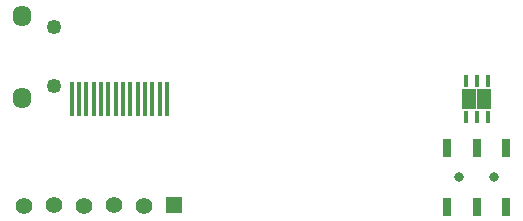
<source format=gbr>
G04 #@! TF.FileFunction,Soldermask,Bot*
%FSLAX46Y46*%
G04 Gerber Fmt 4.6, Leading zero omitted, Abs format (unit mm)*
G04 Created by KiCad (PCBNEW 4.0.5+dfsg1-4) date Sun Feb 26 18:39:17 2017*
%MOMM*%
%LPD*%
G01*
G04 APERTURE LIST*
%ADD10C,0.100000*%
%ADD11O,1.250000X1.250000*%
%ADD12O,1.550000X1.800000*%
%ADD13R,0.320000X3.000000*%
%ADD14R,0.700000X1.500000*%
%ADD15C,0.800000*%
%ADD16R,0.450000X1.000000*%
%ADD17R,1.300000X0.850000*%
%ADD18C,1.397000*%
%ADD19R,1.397000X1.397000*%
G04 APERTURE END LIST*
D10*
D11*
X54162540Y-54399100D03*
X54162540Y-59399100D03*
D12*
X51462540Y-53399100D03*
X51462540Y-60399100D03*
D13*
X55700000Y-60500000D03*
X56320000Y-60500000D03*
X56940000Y-60500000D03*
X57560000Y-60500000D03*
X58180000Y-60500000D03*
X58800000Y-60500000D03*
X59420000Y-60500000D03*
X60040000Y-60500000D03*
X60660000Y-60500000D03*
X61280000Y-60500000D03*
X61900000Y-60500000D03*
X62520000Y-60500000D03*
X63140000Y-60500000D03*
X63760000Y-60500000D03*
D14*
X87500000Y-69600000D03*
X90000000Y-69600000D03*
X92500000Y-69600000D03*
X87500000Y-64600000D03*
X90000000Y-64600000D03*
X92500000Y-64600000D03*
D15*
X88500000Y-67100000D03*
X91500000Y-67100000D03*
D16*
X90950000Y-62025000D03*
X90000000Y-62025000D03*
X89050000Y-62025000D03*
X89050000Y-58975000D03*
X90000000Y-58975000D03*
X90950000Y-58975000D03*
D17*
X89350000Y-60075000D03*
X90650000Y-60075000D03*
X89350000Y-60925000D03*
X90650000Y-60925000D03*
D18*
X59270000Y-69439040D03*
X56730000Y-69560960D03*
X61810000Y-69560960D03*
X54190000Y-69439040D03*
D19*
X64350000Y-69439040D03*
D18*
X51650000Y-69560960D03*
M02*

</source>
